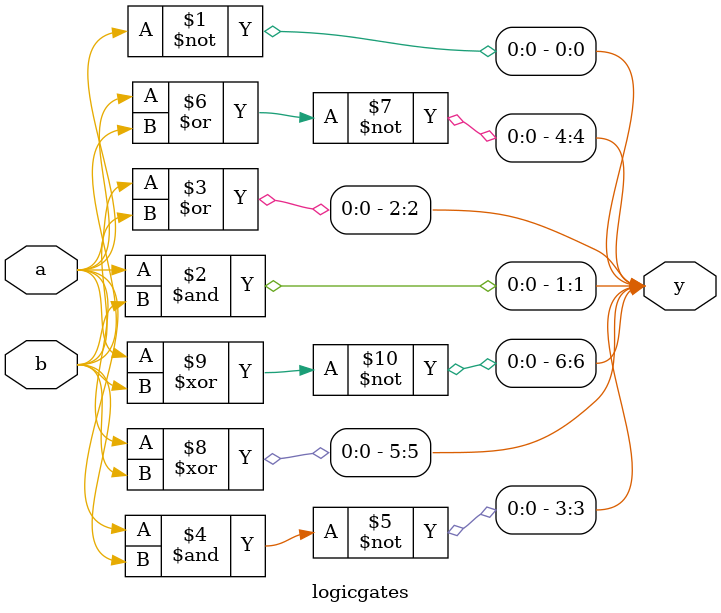
<source format=v>
module logicgates(a,b,y);
input a,b;
output[6:0] y;

assign y[0] = ~a;
assign y[1] = a & b;
assign y[2] = a|b;
assign y[3] = ~(a&b);
assign y[4] = ~(a|b);
assign y[5] = a^b;
assign y[6] = ~(a^b);

endmodule

</source>
